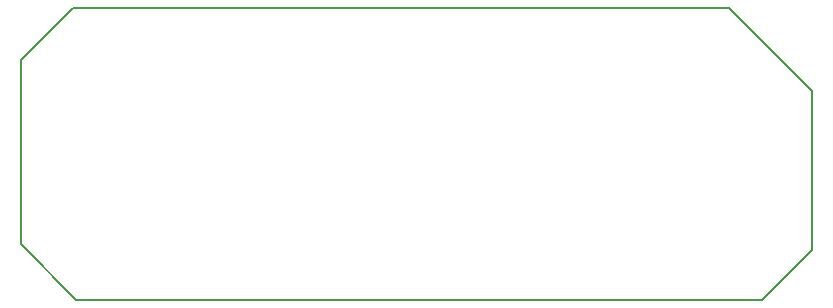
<source format=gm1>
G04 #@! TF.FileFunction,Profile,NP*
%FSLAX46Y46*%
G04 Gerber Fmt 4.6, Leading zero omitted, Abs format (unit mm)*
G04 Created by KiCad (PCBNEW 4.0.7-e2-6376~58~ubuntu14.04.1) date Mon Mar 25 04:59:34 2019*
%MOMM*%
%LPD*%
G01*
G04 APERTURE LIST*
%ADD10C,0.100000*%
%ADD11C,0.150000*%
G04 APERTURE END LIST*
D10*
D11*
X154900000Y-83500000D02*
X210500000Y-83500000D01*
X150500000Y-87900000D02*
X154900000Y-83500000D01*
X150500000Y-103500000D02*
X150500000Y-87900000D01*
X155200000Y-108200000D02*
X150500000Y-103500000D01*
X213300000Y-108200000D02*
X155200000Y-108200000D01*
X217500000Y-104000000D02*
X213300000Y-108200000D01*
X217500000Y-90500000D02*
X217500000Y-104000000D01*
X210500000Y-83500000D02*
X217500000Y-90500000D01*
M02*

</source>
